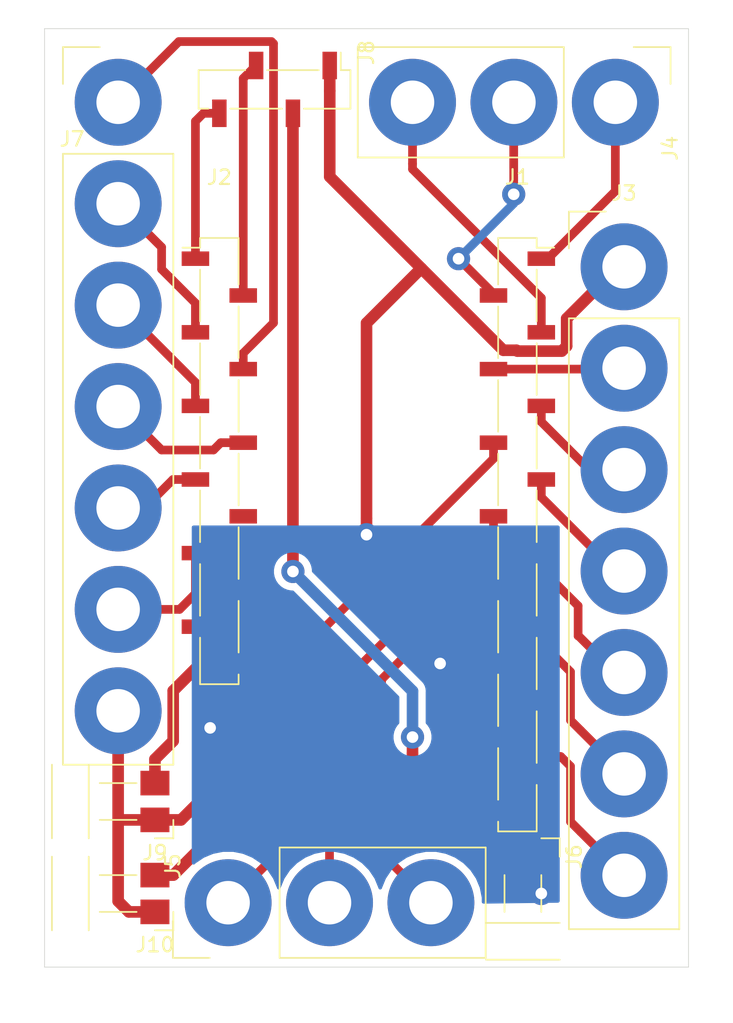
<source format=kicad_pcb>
(kicad_pcb (version 20171130) (host pcbnew "(5.1.5-0)")

  (general
    (thickness 1.6)
    (drawings 10)
    (tracks 136)
    (zones 0)
    (modules 10)
    (nets 25)
  )

  (page A4)
  (layers
    (0 F.Cu signal)
    (31 B.Cu signal)
    (32 B.Adhes user)
    (33 F.Adhes user)
    (34 B.Paste user)
    (35 F.Paste user)
    (36 B.SilkS user)
    (37 F.SilkS user)
    (38 B.Mask user)
    (39 F.Mask user)
    (40 Dwgs.User user hide)
    (41 Cmts.User user)
    (42 Eco1.User user)
    (43 Eco2.User user)
    (44 Edge.Cuts user)
    (45 Margin user)
    (46 B.CrtYd user)
    (47 F.CrtYd user)
    (48 B.Fab user)
    (49 F.Fab user)
  )

  (setup
    (last_trace_width 0.6)
    (trace_clearance 0.4)
    (zone_clearance 0.508)
    (zone_45_only no)
    (trace_min 0.2)
    (via_size 1.6)
    (via_drill 0.8)
    (via_min_size 0.4)
    (via_min_drill 0.3)
    (uvia_size 0.3)
    (uvia_drill 0.1)
    (uvias_allowed no)
    (uvia_min_size 0.2)
    (uvia_min_drill 0.1)
    (edge_width 0.05)
    (segment_width 0.2)
    (pcb_text_width 0.3)
    (pcb_text_size 1.5 1.5)
    (mod_edge_width 0.12)
    (mod_text_size 1 1)
    (mod_text_width 0.15)
    (pad_size 1.524 1.524)
    (pad_drill 0.762)
    (pad_to_mask_clearance 0.051)
    (solder_mask_min_width 0.25)
    (aux_axis_origin 0 0)
    (visible_elements FFFFFF7F)
    (pcbplotparams
      (layerselection 0x010fc_ffffffff)
      (usegerberextensions false)
      (usegerberattributes false)
      (usegerberadvancedattributes false)
      (creategerberjobfile false)
      (excludeedgelayer true)
      (linewidth 0.100000)
      (plotframeref false)
      (viasonmask false)
      (mode 1)
      (useauxorigin false)
      (hpglpennumber 1)
      (hpglpenspeed 20)
      (hpglpendiameter 15.000000)
      (psnegative false)
      (psa4output false)
      (plotreference true)
      (plotvalue true)
      (plotinvisibletext false)
      (padsonsilk false)
      (subtractmaskfromsilk false)
      (outputformat 1)
      (mirror false)
      (drillshape 1)
      (scaleselection 1)
      (outputdirectory ""))
  )

  (net 0 "")
  (net 1 /BAT)
  (net 2 /IO36)
  (net 3 /IO5)
  (net 4 /IO18)
  (net 5 /IO16)
  (net 6 /IO21)
  (net 7 /IO17)
  (net 8 /IO34)
  (net 9 /IO39)
  (net 10 /IO25)
  (net 11 /IO26)
  (net 12 /GND)
  (net 13 /3V3)
  (net 14 /IO23-SDA)
  (net 15 /IO14-T2)
  (net 16 /IO15-T2)
  (net 17 /IO27-T2)
  (net 18 /IO13-T2)
  (net 19 /IO22-SCL)
  (net 20 /IO32-T1)
  (net 21 /IO33-T1)
  (net 22 /USB)
  (net 23 /IO4-T2)
  (net 24 /IO19)

  (net_class Default "This is the default net class."
    (clearance 0.4)
    (trace_width 0.6)
    (via_dia 1.6)
    (via_drill 0.8)
    (uvia_dia 0.3)
    (uvia_drill 0.1)
    (add_net /IO13-T2)
    (add_net /IO14-T2)
    (add_net /IO15-T2)
    (add_net /IO16)
    (add_net /IO17)
    (add_net /IO18)
    (add_net /IO19)
    (add_net /IO21)
    (add_net /IO22-SCL)
    (add_net /IO23-SDA)
    (add_net /IO25)
    (add_net /IO26)
    (add_net /IO27-T2)
    (add_net /IO32-T1)
    (add_net /IO33-T1)
    (add_net /IO34)
    (add_net /IO36)
    (add_net /IO39)
    (add_net /IO4-T2)
    (add_net /IO5)
  )

  (net_class Power ""
    (clearance 0.4)
    (trace_width 0.8)
    (via_dia 1.6)
    (via_drill 0.8)
    (uvia_dia 0.3)
    (uvia_drill 0.1)
    (add_net /3V3)
    (add_net /BAT)
    (add_net /GND)
    (add_net /USB)
  )

  (module Connector_PinSocket_2.54mm:PinSocket_1x16_P2.54mm_Vertical_SMD_Pin1Right (layer F.Cu) (tedit 5A19A428) (tstamp 5F7CE550)
    (at 175.515 74.93)
    (descr "surface-mounted straight socket strip, 1x16, 2.54mm pitch, single row, style 2 (pin 1 right) (https://cdn.harwin.com/pdfs/M20-786.pdf), script generated")
    (tags "Surface mounted socket strip SMD 1x16 2.54mm single row style2 pin1 right")
    (path /5F7D454E)
    (attr smd)
    (fp_text reference J1 (at 0 -24.685001) (layer F.SilkS)
      (effects (font (size 1 1) (thickness 0.15)))
    )
    (fp_text value Adafruit_ESP32-R_1x16 (at -1.525 -22.145001) (layer F.Fab)
      (effects (font (size 1 1) (thickness 0.15)))
    )
    (fp_text user %R (at 0 0 90) (layer F.Fab)
      (effects (font (size 1 1) (thickness 0.15)))
    )
    (fp_line (start -3.1 20.85) (end -3.1 -21) (layer F.CrtYd) (width 0.05))
    (fp_line (start 3.1 20.85) (end -3.1 20.85) (layer F.CrtYd) (width 0.05))
    (fp_line (start 3.1 -21) (end 3.1 20.85) (layer F.CrtYd) (width 0.05))
    (fp_line (start -3.1 -21) (end 3.1 -21) (layer F.CrtYd) (width 0.05))
    (fp_line (start -2.27 19.35) (end -2.27 18.75) (layer F.Fab) (width 0.1))
    (fp_line (start -1.27 19.35) (end -2.27 19.35) (layer F.Fab) (width 0.1))
    (fp_line (start -2.27 18.75) (end -1.27 18.75) (layer F.Fab) (width 0.1))
    (fp_line (start 2.27 16.81) (end 1.27 16.81) (layer F.Fab) (width 0.1))
    (fp_line (start 2.27 16.21) (end 2.27 16.81) (layer F.Fab) (width 0.1))
    (fp_line (start 1.27 16.21) (end 2.27 16.21) (layer F.Fab) (width 0.1))
    (fp_line (start -2.27 14.27) (end -2.27 13.67) (layer F.Fab) (width 0.1))
    (fp_line (start -1.27 14.27) (end -2.27 14.27) (layer F.Fab) (width 0.1))
    (fp_line (start -2.27 13.67) (end -1.27 13.67) (layer F.Fab) (width 0.1))
    (fp_line (start 2.27 11.73) (end 1.27 11.73) (layer F.Fab) (width 0.1))
    (fp_line (start 2.27 11.13) (end 2.27 11.73) (layer F.Fab) (width 0.1))
    (fp_line (start 1.27 11.13) (end 2.27 11.13) (layer F.Fab) (width 0.1))
    (fp_line (start -2.27 9.19) (end -2.27 8.59) (layer F.Fab) (width 0.1))
    (fp_line (start -1.27 9.19) (end -2.27 9.19) (layer F.Fab) (width 0.1))
    (fp_line (start -2.27 8.59) (end -1.27 8.59) (layer F.Fab) (width 0.1))
    (fp_line (start 2.27 6.65) (end 1.27 6.65) (layer F.Fab) (width 0.1))
    (fp_line (start 2.27 6.05) (end 2.27 6.65) (layer F.Fab) (width 0.1))
    (fp_line (start 1.27 6.05) (end 2.27 6.05) (layer F.Fab) (width 0.1))
    (fp_line (start -2.27 4.11) (end -2.27 3.51) (layer F.Fab) (width 0.1))
    (fp_line (start -1.27 4.11) (end -2.27 4.11) (layer F.Fab) (width 0.1))
    (fp_line (start -2.27 3.51) (end -1.27 3.51) (layer F.Fab) (width 0.1))
    (fp_line (start 2.27 1.57) (end 1.27 1.57) (layer F.Fab) (width 0.1))
    (fp_line (start 2.27 0.97) (end 2.27 1.57) (layer F.Fab) (width 0.1))
    (fp_line (start 1.27 0.97) (end 2.27 0.97) (layer F.Fab) (width 0.1))
    (fp_line (start -2.27 -0.97) (end -2.27 -1.57) (layer F.Fab) (width 0.1))
    (fp_line (start -1.27 -0.97) (end -2.27 -0.97) (layer F.Fab) (width 0.1))
    (fp_line (start -2.27 -1.57) (end -1.27 -1.57) (layer F.Fab) (width 0.1))
    (fp_line (start 2.27 -3.51) (end 1.27 -3.51) (layer F.Fab) (width 0.1))
    (fp_line (start 2.27 -4.11) (end 2.27 -3.51) (layer F.Fab) (width 0.1))
    (fp_line (start 1.27 -4.11) (end 2.27 -4.11) (layer F.Fab) (width 0.1))
    (fp_line (start -2.27 -6.05) (end -2.27 -6.65) (layer F.Fab) (width 0.1))
    (fp_line (start -1.27 -6.05) (end -2.27 -6.05) (layer F.Fab) (width 0.1))
    (fp_line (start -2.27 -6.65) (end -1.27 -6.65) (layer F.Fab) (width 0.1))
    (fp_line (start 2.27 -8.59) (end 1.27 -8.59) (layer F.Fab) (width 0.1))
    (fp_line (start 2.27 -9.19) (end 2.27 -8.59) (layer F.Fab) (width 0.1))
    (fp_line (start 1.27 -9.19) (end 2.27 -9.19) (layer F.Fab) (width 0.1))
    (fp_line (start -2.27 -11.13) (end -2.27 -11.73) (layer F.Fab) (width 0.1))
    (fp_line (start -1.27 -11.13) (end -2.27 -11.13) (layer F.Fab) (width 0.1))
    (fp_line (start -2.27 -11.73) (end -1.27 -11.73) (layer F.Fab) (width 0.1))
    (fp_line (start 2.27 -13.67) (end 1.27 -13.67) (layer F.Fab) (width 0.1))
    (fp_line (start 2.27 -14.27) (end 2.27 -13.67) (layer F.Fab) (width 0.1))
    (fp_line (start 1.27 -14.27) (end 2.27 -14.27) (layer F.Fab) (width 0.1))
    (fp_line (start -2.27 -16.21) (end -2.27 -16.81) (layer F.Fab) (width 0.1))
    (fp_line (start -1.27 -16.21) (end -2.27 -16.21) (layer F.Fab) (width 0.1))
    (fp_line (start -2.27 -16.81) (end -1.27 -16.81) (layer F.Fab) (width 0.1))
    (fp_line (start 2.27 -18.75) (end 1.27 -18.75) (layer F.Fab) (width 0.1))
    (fp_line (start 2.27 -19.35) (end 2.27 -18.75) (layer F.Fab) (width 0.1))
    (fp_line (start 1.27 -19.35) (end 2.27 -19.35) (layer F.Fab) (width 0.1))
    (fp_line (start -1.27 20.42) (end -1.27 -20.42) (layer F.Fab) (width 0.1))
    (fp_line (start 1.27 20.42) (end -1.27 20.42) (layer F.Fab) (width 0.1))
    (fp_line (start 1.27 -19.785) (end 1.27 20.42) (layer F.Fab) (width 0.1))
    (fp_line (start 0.635 -20.42) (end 1.27 -19.785) (layer F.Fab) (width 0.1))
    (fp_line (start -1.27 -20.42) (end 0.635 -20.42) (layer F.Fab) (width 0.1))
    (fp_line (start 1.33 -19.81) (end 2.54 -19.81) (layer F.SilkS) (width 0.12))
    (fp_line (start -1.33 19.81) (end -1.33 20.48) (layer F.SilkS) (width 0.12))
    (fp_line (start -1.33 14.73) (end -1.33 18.29) (layer F.SilkS) (width 0.12))
    (fp_line (start -1.33 9.65) (end -1.33 13.21) (layer F.SilkS) (width 0.12))
    (fp_line (start -1.33 4.57) (end -1.33 8.13) (layer F.SilkS) (width 0.12))
    (fp_line (start -1.33 -0.51) (end -1.33 3.05) (layer F.SilkS) (width 0.12))
    (fp_line (start -1.33 -5.59) (end -1.33 -2.03) (layer F.SilkS) (width 0.12))
    (fp_line (start -1.33 -10.67) (end -1.33 -7.11) (layer F.SilkS) (width 0.12))
    (fp_line (start -1.33 -15.75) (end -1.33 -12.19) (layer F.SilkS) (width 0.12))
    (fp_line (start -1.33 -20.48) (end -1.33 -17.27) (layer F.SilkS) (width 0.12))
    (fp_line (start -1.33 20.48) (end 1.33 20.48) (layer F.SilkS) (width 0.12))
    (fp_line (start 1.33 17.27) (end 1.33 20.48) (layer F.SilkS) (width 0.12))
    (fp_line (start 1.33 12.19) (end 1.33 15.75) (layer F.SilkS) (width 0.12))
    (fp_line (start 1.33 7.11) (end 1.33 10.67) (layer F.SilkS) (width 0.12))
    (fp_line (start 1.33 2.03) (end 1.33 5.59) (layer F.SilkS) (width 0.12))
    (fp_line (start 1.33 -3.05) (end 1.33 0.51) (layer F.SilkS) (width 0.12))
    (fp_line (start 1.33 -8.13) (end 1.33 -4.57) (layer F.SilkS) (width 0.12))
    (fp_line (start 1.33 -13.21) (end 1.33 -9.65) (layer F.SilkS) (width 0.12))
    (fp_line (start 1.33 -18.29) (end 1.33 -14.73) (layer F.SilkS) (width 0.12))
    (fp_line (start 1.33 -20.48) (end 1.33 -19.81) (layer F.SilkS) (width 0.12))
    (fp_line (start -1.33 -20.48) (end 1.33 -20.48) (layer F.SilkS) (width 0.12))
    (pad 15 smd rect (at 1.65 16.51) (size 1.9 1) (layers F.Cu F.Paste F.Mask)
      (net 13 /3V3))
    (pad 13 smd rect (at 1.65 11.43) (size 1.9 1) (layers F.Cu F.Paste F.Mask)
      (net 12 /GND))
    (pad 11 smd rect (at 1.65 6.35) (size 1.9 1) (layers F.Cu F.Paste F.Mask)
      (net 10 /IO25))
    (pad 9 smd rect (at 1.65 1.27) (size 1.9 1) (layers F.Cu F.Paste F.Mask)
      (net 9 /IO39))
    (pad 7 smd rect (at 1.65 -3.81) (size 1.9 1) (layers F.Cu F.Paste F.Mask)
      (net 23 /IO4-T2))
    (pad 5 smd rect (at 1.65 -8.89) (size 1.9 1) (layers F.Cu F.Paste F.Mask)
      (net 4 /IO18))
    (pad 3 smd rect (at 1.65 -13.97) (size 1.9 1) (layers F.Cu F.Paste F.Mask)
      (net 5 /IO16))
    (pad 1 smd rect (at 1.65 -19.05) (size 1.9 1) (layers F.Cu F.Paste F.Mask)
      (net 6 /IO21))
    (pad 16 smd rect (at -1.65 19.05) (size 1.9 1) (layers F.Cu F.Paste F.Mask))
    (pad 14 smd rect (at -1.65 13.97) (size 1.9 1) (layers F.Cu F.Paste F.Mask))
    (pad 12 smd rect (at -1.65 8.89) (size 1.9 1) (layers F.Cu F.Paste F.Mask)
      (net 11 /IO26))
    (pad 10 smd rect (at -1.65 3.81) (size 1.9 1) (layers F.Cu F.Paste F.Mask)
      (net 8 /IO34))
    (pad 8 smd rect (at -1.65 -1.27) (size 1.9 1) (layers F.Cu F.Paste F.Mask)
      (net 2 /IO36))
    (pad 6 smd rect (at -1.65 -6.35) (size 1.9 1) (layers F.Cu F.Paste F.Mask)
      (net 3 /IO5))
    (pad 4 smd rect (at -1.65 -11.43) (size 1.9 1) (layers F.Cu F.Paste F.Mask)
      (net 24 /IO19))
    (pad 2 smd rect (at -1.65 -16.51) (size 1.9 1) (layers F.Cu F.Paste F.Mask)
      (net 7 /IO17))
    (model ${KISYS3DMOD}/Connector_PinSocket_2.54mm.3dshapes/PinSocket_1x16_P2.54mm_Vertical_SMD_Pin1Right.wrl
      (at (xyz 0 0 0))
      (scale (xyz 1 1 1))
      (rotate (xyz 0 0 0))
    )
  )

  (module Connector_PinSocket_2.54mm:PinSocket_1x12_P2.54mm_Vertical_SMD_Pin1Left (layer F.Cu) (tedit 5A19A424) (tstamp 5F7CE5B2)
    (at 154.94 69.85)
    (descr "surface-mounted straight socket strip, 1x12, 2.54mm pitch, single row, style 1 (pin 1 left) (https://cdn.harwin.com/pdfs/M20-786.pdf), script generated")
    (tags "Surface mounted socket strip SMD 1x12 2.54mm single row style1 pin1 left")
    (path /5F7E1870)
    (attr smd)
    (fp_text reference J2 (at 0 -19.585001) (layer F.SilkS)
      (effects (font (size 1 1) (thickness 0.15)))
    )
    (fp_text value Adafruit_ESP32-L_1x12 (at 0 -17.045001) (layer F.Fab)
      (effects (font (size 1 1) (thickness 0.15)))
    )
    (fp_text user %R (at 0 0 90) (layer F.Fab)
      (effects (font (size 1 1) (thickness 0.15)))
    )
    (fp_line (start -3.1 15.85) (end -3.1 -15.85) (layer F.CrtYd) (width 0.05))
    (fp_line (start 3.1 15.85) (end -3.1 15.85) (layer F.CrtYd) (width 0.05))
    (fp_line (start 3.1 -15.85) (end 3.1 15.85) (layer F.CrtYd) (width 0.05))
    (fp_line (start -3.1 -15.85) (end 3.1 -15.85) (layer F.CrtYd) (width 0.05))
    (fp_line (start 2.27 14.27) (end 1.27 14.27) (layer F.Fab) (width 0.1))
    (fp_line (start 2.27 13.67) (end 2.27 14.27) (layer F.Fab) (width 0.1))
    (fp_line (start 1.27 13.67) (end 2.27 13.67) (layer F.Fab) (width 0.1))
    (fp_line (start -2.27 11.73) (end -2.27 11.13) (layer F.Fab) (width 0.1))
    (fp_line (start -1.27 11.73) (end -2.27 11.73) (layer F.Fab) (width 0.1))
    (fp_line (start -2.27 11.13) (end -1.27 11.13) (layer F.Fab) (width 0.1))
    (fp_line (start 2.27 9.19) (end 1.27 9.19) (layer F.Fab) (width 0.1))
    (fp_line (start 2.27 8.59) (end 2.27 9.19) (layer F.Fab) (width 0.1))
    (fp_line (start 1.27 8.59) (end 2.27 8.59) (layer F.Fab) (width 0.1))
    (fp_line (start -2.27 6.65) (end -2.27 6.05) (layer F.Fab) (width 0.1))
    (fp_line (start -1.27 6.65) (end -2.27 6.65) (layer F.Fab) (width 0.1))
    (fp_line (start -2.27 6.05) (end -1.27 6.05) (layer F.Fab) (width 0.1))
    (fp_line (start 2.27 4.11) (end 1.27 4.11) (layer F.Fab) (width 0.1))
    (fp_line (start 2.27 3.51) (end 2.27 4.11) (layer F.Fab) (width 0.1))
    (fp_line (start 1.27 3.51) (end 2.27 3.51) (layer F.Fab) (width 0.1))
    (fp_line (start -2.27 1.57) (end -2.27 0.97) (layer F.Fab) (width 0.1))
    (fp_line (start -1.27 1.57) (end -2.27 1.57) (layer F.Fab) (width 0.1))
    (fp_line (start -2.27 0.97) (end -1.27 0.97) (layer F.Fab) (width 0.1))
    (fp_line (start 2.27 -0.97) (end 1.27 -0.97) (layer F.Fab) (width 0.1))
    (fp_line (start 2.27 -1.57) (end 2.27 -0.97) (layer F.Fab) (width 0.1))
    (fp_line (start 1.27 -1.57) (end 2.27 -1.57) (layer F.Fab) (width 0.1))
    (fp_line (start -2.27 -3.51) (end -2.27 -4.11) (layer F.Fab) (width 0.1))
    (fp_line (start -1.27 -3.51) (end -2.27 -3.51) (layer F.Fab) (width 0.1))
    (fp_line (start -2.27 -4.11) (end -1.27 -4.11) (layer F.Fab) (width 0.1))
    (fp_line (start 2.27 -6.05) (end 1.27 -6.05) (layer F.Fab) (width 0.1))
    (fp_line (start 2.27 -6.65) (end 2.27 -6.05) (layer F.Fab) (width 0.1))
    (fp_line (start 1.27 -6.65) (end 2.27 -6.65) (layer F.Fab) (width 0.1))
    (fp_line (start -2.27 -8.59) (end -2.27 -9.19) (layer F.Fab) (width 0.1))
    (fp_line (start -1.27 -8.59) (end -2.27 -8.59) (layer F.Fab) (width 0.1))
    (fp_line (start -2.27 -9.19) (end -1.27 -9.19) (layer F.Fab) (width 0.1))
    (fp_line (start 2.27 -11.13) (end 1.27 -11.13) (layer F.Fab) (width 0.1))
    (fp_line (start 2.27 -11.73) (end 2.27 -11.13) (layer F.Fab) (width 0.1))
    (fp_line (start 1.27 -11.73) (end 2.27 -11.73) (layer F.Fab) (width 0.1))
    (fp_line (start -2.27 -13.67) (end -2.27 -14.27) (layer F.Fab) (width 0.1))
    (fp_line (start -1.27 -13.67) (end -2.27 -13.67) (layer F.Fab) (width 0.1))
    (fp_line (start -2.27 -14.27) (end -1.27 -14.27) (layer F.Fab) (width 0.1))
    (fp_line (start -1.27 -14.705) (end -0.635 -15.34) (layer F.Fab) (width 0.1))
    (fp_line (start -1.27 15.34) (end -1.27 -14.705) (layer F.Fab) (width 0.1))
    (fp_line (start 1.27 15.34) (end -1.27 15.34) (layer F.Fab) (width 0.1))
    (fp_line (start 1.27 -15.34) (end 1.27 15.34) (layer F.Fab) (width 0.1))
    (fp_line (start -0.635 -15.34) (end 1.27 -15.34) (layer F.Fab) (width 0.1))
    (fp_line (start -2.54 -14.73) (end -1.33 -14.73) (layer F.SilkS) (width 0.12))
    (fp_line (start -1.33 12.19) (end -1.33 15.4) (layer F.SilkS) (width 0.12))
    (fp_line (start -1.33 7.11) (end -1.33 10.67) (layer F.SilkS) (width 0.12))
    (fp_line (start -1.33 2.03) (end -1.33 5.59) (layer F.SilkS) (width 0.12))
    (fp_line (start -1.33 -3.05) (end -1.33 0.51) (layer F.SilkS) (width 0.12))
    (fp_line (start -1.33 -8.13) (end -1.33 -4.57) (layer F.SilkS) (width 0.12))
    (fp_line (start -1.33 -13.21) (end -1.33 -9.65) (layer F.SilkS) (width 0.12))
    (fp_line (start -1.33 -15.4) (end -1.33 -14.73) (layer F.SilkS) (width 0.12))
    (fp_line (start -1.33 15.4) (end 1.33 15.4) (layer F.SilkS) (width 0.12))
    (fp_line (start 1.33 14.73) (end 1.33 15.4) (layer F.SilkS) (width 0.12))
    (fp_line (start 1.33 9.65) (end 1.33 13.21) (layer F.SilkS) (width 0.12))
    (fp_line (start 1.33 4.57) (end 1.33 8.13) (layer F.SilkS) (width 0.12))
    (fp_line (start 1.33 -0.51) (end 1.33 3.05) (layer F.SilkS) (width 0.12))
    (fp_line (start 1.33 -5.59) (end 1.33 -2.03) (layer F.SilkS) (width 0.12))
    (fp_line (start 1.33 -10.67) (end 1.33 -7.11) (layer F.SilkS) (width 0.12))
    (fp_line (start 1.33 -15.4) (end 1.33 -12.19) (layer F.SilkS) (width 0.12))
    (fp_line (start -1.33 -15.4) (end 1.33 -15.4) (layer F.SilkS) (width 0.12))
    (pad 12 smd rect (at 1.65 13.97) (size 1.9 1) (layers F.Cu F.Paste F.Mask)
      (net 1 /BAT))
    (pad 10 smd rect (at 1.65 8.89) (size 1.9 1) (layers F.Cu F.Paste F.Mask)
      (net 22 /USB))
    (pad 8 smd rect (at 1.65 3.81) (size 1.9 1) (layers F.Cu F.Paste F.Mask))
    (pad 6 smd rect (at 1.65 -1.27) (size 1.9 1) (layers F.Cu F.Paste F.Mask)
      (net 21 /IO33-T1))
    (pad 4 smd rect (at 1.65 -6.35) (size 1.9 1) (layers F.Cu F.Paste F.Mask)
      (net 20 /IO32-T1))
    (pad 2 smd rect (at 1.65 -11.43) (size 1.9 1) (layers F.Cu F.Paste F.Mask)
      (net 19 /IO22-SCL))
    (pad 11 smd rect (at -1.65 11.43) (size 1.9 1) (layers F.Cu F.Paste F.Mask))
    (pad 9 smd rect (at -1.65 6.35) (size 1.9 1) (layers F.Cu F.Paste F.Mask)
      (net 18 /IO13-T2))
    (pad 7 smd rect (at -1.65 1.27) (size 1.9 1) (layers F.Cu F.Paste F.Mask)
      (net 17 /IO27-T2))
    (pad 5 smd rect (at -1.65 -3.81) (size 1.9 1) (layers F.Cu F.Paste F.Mask)
      (net 16 /IO15-T2))
    (pad 3 smd rect (at -1.65 -8.89) (size 1.9 1) (layers F.Cu F.Paste F.Mask)
      (net 15 /IO14-T2))
    (pad 1 smd rect (at -1.65 -13.97) (size 1.9 1) (layers F.Cu F.Paste F.Mask)
      (net 14 /IO23-SDA))
    (model ${KISYS3DMOD}/Connector_PinSocket_2.54mm.3dshapes/PinSocket_1x12_P2.54mm_Vertical_SMD_Pin1Left.wrl
      (at (xyz 0 0 0))
      (scale (xyz 1 1 1))
      (rotate (xyz 0 0 0))
    )
  )

  (module Connector_PinSocket_2.54mm:PinSocket_1x04_P2.54mm_Vertical_SMD_Pin1Left (layer F.Cu) (tedit 5A19A423) (tstamp 5F7D2BE2)
    (at 158.75 44.195 270)
    (descr "surface-mounted straight socket strip, 1x04, 2.54mm pitch, single row, style 1 (pin 1 left) (https://cdn.harwin.com/pdfs/M20-786.pdf), script generated")
    (tags "Surface mounted socket strip SMD 1x04 2.54mm single row style1 pin1 left")
    (path /5F82CFBE)
    (attr smd)
    (fp_text reference J8 (at -2.54 -6.35 90) (layer F.SilkS)
      (effects (font (size 1 1) (thickness 0.15)))
    )
    (fp_text value I2C_1x4 (at 0 6.68 90) (layer F.Fab)
      (effects (font (size 1 1) (thickness 0.15)))
    )
    (fp_text user %R (at 0 0) (layer F.Fab)
      (effects (font (size 1 1) (thickness 0.15)))
    )
    (fp_line (start -3.1 5.7) (end -3.1 -5.7) (layer F.CrtYd) (width 0.05))
    (fp_line (start 3.1 5.7) (end -3.1 5.7) (layer F.CrtYd) (width 0.05))
    (fp_line (start 3.1 -5.7) (end 3.1 5.7) (layer F.CrtYd) (width 0.05))
    (fp_line (start -3.1 -5.7) (end 3.1 -5.7) (layer F.CrtYd) (width 0.05))
    (fp_line (start 2.27 4.11) (end 1.27 4.11) (layer F.Fab) (width 0.1))
    (fp_line (start 2.27 3.51) (end 2.27 4.11) (layer F.Fab) (width 0.1))
    (fp_line (start 1.27 3.51) (end 2.27 3.51) (layer F.Fab) (width 0.1))
    (fp_line (start -2.27 1.57) (end -2.27 0.97) (layer F.Fab) (width 0.1))
    (fp_line (start -1.27 1.57) (end -2.27 1.57) (layer F.Fab) (width 0.1))
    (fp_line (start -2.27 0.97) (end -1.27 0.97) (layer F.Fab) (width 0.1))
    (fp_line (start 2.27 -0.97) (end 1.27 -0.97) (layer F.Fab) (width 0.1))
    (fp_line (start 2.27 -1.57) (end 2.27 -0.97) (layer F.Fab) (width 0.1))
    (fp_line (start 1.27 -1.57) (end 2.27 -1.57) (layer F.Fab) (width 0.1))
    (fp_line (start -2.27 -3.51) (end -2.27 -4.11) (layer F.Fab) (width 0.1))
    (fp_line (start -1.27 -3.51) (end -2.27 -3.51) (layer F.Fab) (width 0.1))
    (fp_line (start -2.27 -4.11) (end -1.27 -4.11) (layer F.Fab) (width 0.1))
    (fp_line (start -1.27 -4.545) (end -0.635 -5.18) (layer F.Fab) (width 0.1))
    (fp_line (start -1.27 5.18) (end -1.27 -4.545) (layer F.Fab) (width 0.1))
    (fp_line (start 1.27 5.18) (end -1.27 5.18) (layer F.Fab) (width 0.1))
    (fp_line (start 1.27 -5.18) (end 1.27 5.18) (layer F.Fab) (width 0.1))
    (fp_line (start -0.635 -5.18) (end 1.27 -5.18) (layer F.Fab) (width 0.1))
    (fp_line (start -2.54 -4.57) (end -1.33 -4.57) (layer F.SilkS) (width 0.12))
    (fp_line (start -1.33 2.03) (end -1.33 5.24) (layer F.SilkS) (width 0.12))
    (fp_line (start -1.33 -3.05) (end -1.33 0.51) (layer F.SilkS) (width 0.12))
    (fp_line (start -1.33 -5.24) (end -1.33 -4.57) (layer F.SilkS) (width 0.12))
    (fp_line (start -1.33 5.24) (end 1.33 5.24) (layer F.SilkS) (width 0.12))
    (fp_line (start 1.33 4.57) (end 1.33 5.24) (layer F.SilkS) (width 0.12))
    (fp_line (start 1.33 -0.51) (end 1.33 3.05) (layer F.SilkS) (width 0.12))
    (fp_line (start 1.33 -5.24) (end 1.33 -2.03) (layer F.SilkS) (width 0.12))
    (fp_line (start -1.33 -5.24) (end 1.33 -5.24) (layer F.SilkS) (width 0.12))
    (pad 4 smd rect (at 1.65 3.81 270) (size 1.9 1) (layers F.Cu F.Paste F.Mask)
      (net 14 /IO23-SDA))
    (pad 2 smd rect (at 1.65 -1.27 270) (size 1.9 1) (layers F.Cu F.Paste F.Mask)
      (net 13 /3V3))
    (pad 3 smd rect (at -1.65 1.27 270) (size 1.9 1) (layers F.Cu F.Paste F.Mask)
      (net 19 /IO22-SCL))
    (pad 1 smd rect (at -1.65 -3.81 270) (size 1.9 1) (layers F.Cu F.Paste F.Mask)
      (net 12 /GND))
    (model ${KISYS3DMOD}/Connector_PinSocket_2.54mm.3dshapes/PinSocket_1x04_P2.54mm_Vertical_SMD_Pin1Left.wrl
      (at (xyz 0 0 0))
      (scale (xyz 1 1 1))
      (rotate (xyz 0 0 0))
    )
  )

  (module custom-footprints:PinHeader_1x07_P7mm_I3mm_Vertical (layer F.Cu) (tedit 5F7CAC4C) (tstamp 5F7D0C18)
    (at 147.955 45.085)
    (descr "Through hole straight pin header, 1x07, 2.54mm pitch, single row")
    (tags "Through hole pin header THT 1x07 2.54mm single row")
    (path /5F8617B8)
    (fp_text reference J7 (at -3.175 2.54) (layer F.SilkS)
      (effects (font (size 1 1) (thickness 0.15)))
    )
    (fp_text value IO14_Sew_1x7 (at 4.445 28.575 90) (layer F.Fab)
      (effects (font (size 1 1) (thickness 0.15)))
    )
    (fp_line (start -3.81 -3.81) (end -1.27 -3.81) (layer F.SilkS) (width 0.12))
    (fp_line (start -3.81 -1.27) (end -3.81 -3.81) (layer F.SilkS) (width 0.12))
    (fp_text user %R (at 0 7.62 90) (layer F.Fab)
      (effects (font (size 1 1) (thickness 0.15)))
    )
    (fp_line (start -3.81 3.556) (end 3.81 3.556) (layer F.SilkS) (width 0.12))
    (fp_line (start 3.81 3.556) (end 3.81 45.72) (layer F.SilkS) (width 0.12))
    (fp_line (start -3.81 3.556) (end -3.81 45.72) (layer F.SilkS) (width 0.12))
    (fp_line (start -3.81 45.72) (end 3.81 45.72) (layer F.SilkS) (width 0.12))
    (pad 7 thru_hole oval (at 0 42) (size 6 6) (drill 3) (layers *.Cu *.Mask)
      (net 12 /GND))
    (pad 6 thru_hole oval (at 0 35) (size 6 6) (drill 3) (layers *.Cu *.Mask)
      (net 18 /IO13-T2))
    (pad 5 thru_hole oval (at 0 28) (size 6 6) (drill 3) (layers *.Cu *.Mask)
      (net 17 /IO27-T2))
    (pad 4 thru_hole oval (at 0 21) (size 6 6) (drill 3) (layers *.Cu *.Mask)
      (net 21 /IO33-T1))
    (pad 3 thru_hole oval (at 0 14) (size 6 6) (drill 3) (layers *.Cu *.Mask)
      (net 16 /IO15-T2))
    (pad 2 thru_hole oval (at 0 7) (size 6 6) (drill 3) (layers *.Cu *.Mask)
      (net 15 /IO14-T2))
    (pad 1 thru_hole oval (at 0 0) (size 6 6) (drill 3) (layers *.Cu *.Mask)
      (net 20 /IO32-T1))
    (model ${KISYS3DMOD}/Connector_PinHeader_2.54mm.3dshapes/PinHeader_1x07_P2.54mm_Vertical.wrl
      (at (xyz 0 0 0))
      (scale (xyz 1 1 1))
      (rotate (xyz 0 0 0))
    )
  )

  (module custom-footprints:PinHeader_1x07_P7mm_I3mm_Vertical (layer F.Cu) (tedit 5F7CAC4C) (tstamp 5F7D1037)
    (at 182.88 56.44)
    (descr "Through hole straight pin header, 1x07, 2.54mm pitch, single row")
    (tags "Through hole pin header THT 1x07 2.54mm single row")
    (path /5F7F187D)
    (fp_text reference J3 (at 0 -5.08) (layer F.SilkS)
      (effects (font (size 1 1) (thickness 0.15)))
    )
    (fp_text value IO19_Sew_1x7 (at -4.445 40.035 90) (layer F.Fab)
      (effects (font (size 1 1) (thickness 0.15)))
    )
    (fp_line (start -3.81 -3.81) (end -1.27 -3.81) (layer F.SilkS) (width 0.12))
    (fp_line (start -3.81 -1.27) (end -3.81 -3.81) (layer F.SilkS) (width 0.12))
    (fp_text user %R (at 0 7.62 90) (layer F.Fab)
      (effects (font (size 1 1) (thickness 0.15)))
    )
    (fp_line (start -3.81 3.556) (end 3.81 3.556) (layer F.SilkS) (width 0.12))
    (fp_line (start 3.81 3.556) (end 3.81 45.72) (layer F.SilkS) (width 0.12))
    (fp_line (start -3.81 3.556) (end -3.81 45.72) (layer F.SilkS) (width 0.12))
    (fp_line (start -3.81 45.72) (end 3.81 45.72) (layer F.SilkS) (width 0.12))
    (pad 7 thru_hole oval (at 0 42) (size 6 6) (drill 3) (layers *.Cu *.Mask)
      (net 11 /IO26))
    (pad 6 thru_hole oval (at 0 35) (size 6 6) (drill 3) (layers *.Cu *.Mask)
      (net 10 /IO25))
    (pad 5 thru_hole oval (at 0 28) (size 6 6) (drill 3) (layers *.Cu *.Mask)
      (net 9 /IO39))
    (pad 4 thru_hole oval (at 0 21) (size 6 6) (drill 3) (layers *.Cu *.Mask)
      (net 23 /IO4-T2))
    (pad 3 thru_hole oval (at 0 14) (size 6 6) (drill 3) (layers *.Cu *.Mask)
      (net 4 /IO18))
    (pad 2 thru_hole oval (at 0 7) (size 6 6) (drill 3) (layers *.Cu *.Mask)
      (net 24 /IO19))
    (pad 1 thru_hole oval (at 0 0) (size 6 6) (drill 3) (layers *.Cu *.Mask)
      (net 12 /GND))
    (model ${KISYS3DMOD}/Connector_PinHeader_2.54mm.3dshapes/PinHeader_1x07_P2.54mm_Vertical.wrl
      (at (xyz 0 0 0))
      (scale (xyz 1 1 1))
      (rotate (xyz 0 0 0))
    )
  )

  (module custom-footprints:PinHeader_1x03_P7mm_I3mm_Vertical (layer F.Cu) (tedit 5F7CAC3A) (tstamp 5F7D1049)
    (at 182.275 45.085 270)
    (descr "Through hole straight pin header, 1x07, 2.54mm pitch, single row")
    (tags "Through hole pin header THT 1x07 2.54mm single row")
    (path /5F806E7A)
    (fp_text reference J4 (at 3.175 -3.78 90) (layer F.SilkS)
      (effects (font (size 1 1) (thickness 0.15)))
    )
    (fp_text value IO21_Sew_1x3 (at 5.08 13.365 180) (layer F.Fab)
      (effects (font (size 1 1) (thickness 0.15)))
    )
    (fp_line (start -3.81 -3.81) (end -1.27 -3.81) (layer F.SilkS) (width 0.12))
    (fp_line (start -3.81 -1.27) (end -3.81 -3.81) (layer F.SilkS) (width 0.12))
    (fp_text user %R (at 0 7.62) (layer F.Fab)
      (effects (font (size 1 1) (thickness 0.15)))
    )
    (fp_line (start -3.81 3.556) (end 3.81 3.556) (layer F.SilkS) (width 0.12))
    (fp_line (start 3.81 3.556) (end 3.81 17.78) (layer F.SilkS) (width 0.12))
    (fp_line (start -3.81 3.556) (end -3.81 17.78) (layer F.SilkS) (width 0.12))
    (fp_line (start -3.81 17.78) (end 3.81 17.78) (layer F.SilkS) (width 0.12))
    (pad 3 thru_hole oval (at 0 14 270) (size 6 6) (drill 3) (layers *.Cu *.Mask)
      (net 5 /IO16))
    (pad 2 thru_hole oval (at 0 7 270) (size 6 6) (drill 3) (layers *.Cu *.Mask)
      (net 7 /IO17))
    (pad 1 thru_hole oval (at 0 0 270) (size 6 6) (drill 3) (layers *.Cu *.Mask)
      (net 6 /IO21))
    (model ${KISYS3DMOD}/Connector_PinHeader_2.54mm.3dshapes/PinHeader_1x07_P2.54mm_Vertical.wrl
      (at (xyz 0 0 0))
      (scale (xyz 1 1 1))
      (rotate (xyz 0 0 0))
    )
  )

  (module custom-footprints:PinHeader_1x03_P7mm_I3mm_Vertical (layer F.Cu) (tedit 5F7CAC3A) (tstamp 5F7CB8E6)
    (at 155.545 100.33 90)
    (descr "Through hole straight pin header, 1x07, 2.54mm pitch, single row")
    (tags "Through hole pin header THT 1x07 2.54mm single row")
    (path /5F80E97C)
    (fp_text reference J5 (at 2.54 -3.81 90) (layer F.SilkS)
      (effects (font (size 1 1) (thickness 0.15)))
    )
    (fp_text value IO34_Sew_1x3 (at 5.08 1.905 180) (layer F.Fab)
      (effects (font (size 1 1) (thickness 0.15)))
    )
    (fp_line (start -3.81 -3.81) (end -1.27 -3.81) (layer F.SilkS) (width 0.12))
    (fp_line (start -3.81 -1.27) (end -3.81 -3.81) (layer F.SilkS) (width 0.12))
    (fp_text user %R (at 0 7.62) (layer F.Fab)
      (effects (font (size 1 1) (thickness 0.15)))
    )
    (fp_line (start -3.81 3.556) (end 3.81 3.556) (layer F.SilkS) (width 0.12))
    (fp_line (start 3.81 3.556) (end 3.81 17.78) (layer F.SilkS) (width 0.12))
    (fp_line (start -3.81 3.556) (end -3.81 17.78) (layer F.SilkS) (width 0.12))
    (fp_line (start -3.81 17.78) (end 3.81 17.78) (layer F.SilkS) (width 0.12))
    (pad 3 thru_hole oval (at 0 14 90) (size 6 6) (drill 3) (layers *.Cu *.Mask)
      (net 8 /IO34))
    (pad 2 thru_hole oval (at 0 7 90) (size 6 6) (drill 3) (layers *.Cu *.Mask)
      (net 2 /IO36))
    (pad 1 thru_hole oval (at 0 0 90) (size 6 6) (drill 3) (layers *.Cu *.Mask)
      (net 3 /IO5))
    (model ${KISYS3DMOD}/Connector_PinHeader_2.54mm.3dshapes/PinHeader_1x07_P2.54mm_Vertical.wrl
      (at (xyz 0 0 0))
      (scale (xyz 1 1 1))
      (rotate (xyz 0 0 0))
    )
  )

  (module custom-footprints:UPDI_Header_1x02_P2.54mm_Horizontal (layer F.Cu) (tedit 5E652A9A) (tstamp 5F7CBD89)
    (at 177.165 97.155 270)
    (descr "Through hole angled pin header, 1x02, 2.54mm pitch, 6mm pin length, single row")
    (tags "Through hole angled pin header THT 1x02 2.54mm single row")
    (path /5F7F2C2D)
    (fp_text reference J6 (at 0 -2.27 90) (layer F.SilkS)
      (effects (font (size 1 1) (thickness 0.15)))
    )
    (fp_text value 3V3_1x2 (at 3.81 3.175 90) (layer F.Fab)
      (effects (font (size 1 1) (thickness 0.15)))
    )
    (fp_line (start -0.32 -0.32) (end -0.32 0.32) (layer F.Fab) (width 0.1))
    (fp_line (start -0.32 2.22) (end -0.32 2.86) (layer F.Fab) (width 0.1))
    (fp_line (start -1.27 0) (end -1.27 -1.27) (layer F.SilkS) (width 0.12))
    (fp_line (start -1.27 -1.27) (end 0 -1.27) (layer F.SilkS) (width 0.12))
    (fp_line (start 4.57 -1.27) (end 4.57 3.81) (layer F.SilkS) (width 0.12))
    (fp_line (start 7.11 -1.27) (end 7.11 3.81) (layer F.SilkS) (width 0.12))
    (fp_line (start 1.27 0) (end 3.81 0) (layer F.SilkS) (width 0.12))
    (fp_line (start 1.27 2.54) (end 3.81 2.54) (layer F.SilkS) (width 0.12))
    (pad 2 smd rect (at 0 0 270) (size 2 1.7) (layers F.Cu F.Paste F.Mask)
      (net 12 /GND))
    (pad 1 smd rect (at 0 2.54 270) (size 2 1.7) (layers F.Cu F.Paste F.Mask)
      (net 13 /3V3))
    (model ${KISYS3DMOD}/Connector_PinHeader_2.54mm.3dshapes/PinHeader_1x02_P2.54mm_Horizontal.wrl
      (at (xyz 0 0 0))
      (scale (xyz 1 1 1))
      (rotate (xyz 0 0 0))
    )
  )

  (module custom-footprints:UPDI_Header_1x02_P2.54mm_Horizontal (layer F.Cu) (tedit 5E652A9A) (tstamp 5F7CBD97)
    (at 150.495 94.615 180)
    (descr "Through hole angled pin header, 1x02, 2.54mm pitch, 6mm pin length, single row")
    (tags "Through hole angled pin header THT 1x02 2.54mm single row")
    (path /5F7F0FAB)
    (fp_text reference J9 (at 0 -2.27) (layer F.SilkS)
      (effects (font (size 1 1) (thickness 0.15)))
    )
    (fp_text value USB_1x2 (at 4.385 4.81) (layer F.Fab)
      (effects (font (size 1 1) (thickness 0.15)))
    )
    (fp_line (start 1.27 2.54) (end 3.81 2.54) (layer F.SilkS) (width 0.12))
    (fp_line (start 1.27 0) (end 3.81 0) (layer F.SilkS) (width 0.12))
    (fp_line (start 7.11 -1.27) (end 7.11 3.81) (layer F.SilkS) (width 0.12))
    (fp_line (start 4.57 -1.27) (end 4.57 3.81) (layer F.SilkS) (width 0.12))
    (fp_line (start -1.27 -1.27) (end 0 -1.27) (layer F.SilkS) (width 0.12))
    (fp_line (start -1.27 0) (end -1.27 -1.27) (layer F.SilkS) (width 0.12))
    (fp_line (start -0.32 2.22) (end -0.32 2.86) (layer F.Fab) (width 0.1))
    (fp_line (start -0.32 -0.32) (end -0.32 0.32) (layer F.Fab) (width 0.1))
    (pad 1 smd rect (at 0 2.54 180) (size 2 1.7) (layers F.Cu F.Paste F.Mask)
      (net 22 /USB))
    (pad 2 smd rect (at 0 0 180) (size 2 1.7) (layers F.Cu F.Paste F.Mask)
      (net 12 /GND))
    (model ${KISYS3DMOD}/Connector_PinHeader_2.54mm.3dshapes/PinHeader_1x02_P2.54mm_Horizontal.wrl
      (at (xyz 0 0 0))
      (scale (xyz 1 1 1))
      (rotate (xyz 0 0 0))
    )
  )

  (module custom-footprints:UPDI_Header_1x02_P2.54mm_Horizontal (layer F.Cu) (tedit 5E652A9A) (tstamp 5F7CBDA5)
    (at 150.495 100.965 180)
    (descr "Through hole angled pin header, 1x02, 2.54mm pitch, 6mm pin length, single row")
    (tags "Through hole angled pin header THT 1x02 2.54mm single row")
    (path /5F7EBD7F)
    (fp_text reference J10 (at 0 -2.27) (layer F.SilkS)
      (effects (font (size 1 1) (thickness 0.15)))
    )
    (fp_text value BAT_1x2 (at 4.385 4.81) (layer F.Fab)
      (effects (font (size 1 1) (thickness 0.15)))
    )
    (fp_line (start -0.32 -0.32) (end -0.32 0.32) (layer F.Fab) (width 0.1))
    (fp_line (start -0.32 2.22) (end -0.32 2.86) (layer F.Fab) (width 0.1))
    (fp_line (start -1.27 0) (end -1.27 -1.27) (layer F.SilkS) (width 0.12))
    (fp_line (start -1.27 -1.27) (end 0 -1.27) (layer F.SilkS) (width 0.12))
    (fp_line (start 4.57 -1.27) (end 4.57 3.81) (layer F.SilkS) (width 0.12))
    (fp_line (start 7.11 -1.27) (end 7.11 3.81) (layer F.SilkS) (width 0.12))
    (fp_line (start 1.27 0) (end 3.81 0) (layer F.SilkS) (width 0.12))
    (fp_line (start 1.27 2.54) (end 3.81 2.54) (layer F.SilkS) (width 0.12))
    (pad 2 smd rect (at 0 0 180) (size 2 1.7) (layers F.Cu F.Paste F.Mask)
      (net 12 /GND))
    (pad 1 smd rect (at 0 2.54 180) (size 2 1.7) (layers F.Cu F.Paste F.Mask)
      (net 1 /BAT))
    (model ${KISYS3DMOD}/Connector_PinHeader_2.54mm.3dshapes/PinHeader_1x02_P2.54mm_Horizontal.wrl
      (at (xyz 0 0 0))
      (scale (xyz 1 1 1))
      (rotate (xyz 0 0 0))
    )
  )

  (gr_line (start 190.325 38.1) (end 139.875 38.1) (layer Margin) (width 0.15) (tstamp 5F7CD271))
  (gr_line (start 190.325 108.585) (end 190.325 38.1) (layer Margin) (width 0.15))
  (gr_line (start 139.875 108.585) (end 190.325 108.585) (layer Margin) (width 0.15))
  (gr_line (start 139.875 38.1) (end 139.875 108.585) (layer Margin) (width 0.15))
  (gr_poly (pts (xy 187.325 104.775) (xy 142.875 104.775) (xy 142.875 40.005) (xy 187.325 40.005)) (layer Dwgs.User) (width 0.1))
  (gr_line (start 142.875 40.005) (end 142.875 40.005) (layer Edge.Cuts) (width 0.05) (tstamp 5F7CD1F3))
  (gr_line (start 142.875 104.775) (end 142.875 40.005) (layer Edge.Cuts) (width 0.05))
  (gr_line (start 187.325 104.775) (end 142.875 104.775) (layer Edge.Cuts) (width 0.05))
  (gr_line (start 187.325 40.005) (end 187.325 104.775) (layer Edge.Cuts) (width 0.05))
  (gr_line (start 142.875 40.005) (end 187.325 40.005) (layer Edge.Cuts) (width 0.05))

  (segment (start 151.765 98.425) (end 150.495 98.425) (width 0.8) (layer F.Cu) (net 1) (status 20))
  (segment (start 156.59 93.6) (end 151.765 98.425) (width 0.8) (layer F.Cu) (net 1))
  (segment (start 156.59 83.82) (end 156.59 93.6) (width 0.8) (layer F.Cu) (net 1) (status 10))
  (segment (start 162.545 96.08736) (end 162.545 100.33) (width 0.6) (layer F.Cu) (net 2) (status 20))
  (segment (start 162.545 86.08) (end 162.545 96.08736) (width 0.6) (layer F.Cu) (net 2))
  (segment (start 173.865 74.76) (end 162.545 86.08) (width 0.6) (layer F.Cu) (net 2))
  (segment (start 173.865 73.66) (end 173.865 74.76) (width 0.6) (layer F.Cu) (net 2) (status 10))
  (segment (start 177.165 72.345) (end 182.372 77.552) (width 0.6) (layer F.Cu) (net 23) (status 20))
  (segment (start 177.165 71.12) (end 177.165 72.345) (width 0.6) (layer F.Cu) (net 23) (status 10))
  (segment (start 158.544999 97.330001) (end 155.545 100.33) (width 0.6) (layer F.Cu) (net 3) (status 20))
  (segment (start 158.544999 85.000001) (end 158.544999 97.330001) (width 0.6) (layer F.Cu) (net 3))
  (segment (start 173.865 69.68) (end 158.544999 85.000001) (width 0.6) (layer F.Cu) (net 3))
  (segment (start 173.865 68.58) (end 173.865 69.68) (width 0.6) (layer F.Cu) (net 3) (status 10))
  (segment (start 177.165 67.14) (end 180.577 70.552) (width 0.6) (layer F.Cu) (net 4) (status 20))
  (segment (start 177.165 66.04) (end 177.165 67.14) (width 0.6) (layer F.Cu) (net 4) (status 10))
  (segment (start 168.275 49.32764) (end 168.275 45.085) (width 0.6) (layer F.Cu) (net 5) (status 20))
  (segment (start 168.275 49.700002) (end 168.275 49.32764) (width 0.6) (layer F.Cu) (net 5))
  (segment (start 177.165 58.590002) (end 168.275 49.700002) (width 0.6) (layer F.Cu) (net 5))
  (segment (start 177.165 60.96) (end 177.165 58.590002) (width 0.6) (layer F.Cu) (net 5) (status 10))
  (segment (start 177.615 55.88) (end 177.165 55.88) (width 0.6) (layer F.Cu) (net 6) (status 30))
  (segment (start 182.275 51.22) (end 177.615 55.88) (width 0.6) (layer F.Cu) (net 6) (status 20))
  (segment (start 182.275 45.085) (end 182.275 51.22) (width 0.6) (layer F.Cu) (net 6) (status 10))
  (segment (start 173.865 58.42) (end 173.415 58.42) (width 0.6) (layer F.Cu) (net 7) (status 30))
  (segment (start 173.865 58.295) (end 171.45 55.88) (width 0.6) (layer F.Cu) (net 7) (status 10))
  (via (at 171.45 55.88) (size 1.6) (drill 0.8) (layers F.Cu B.Cu) (net 7))
  (segment (start 173.865 58.42) (end 173.865 58.295) (width 0.6) (layer F.Cu) (net 7) (status 30))
  (segment (start 171.45 55.88) (end 175.26 52.07) (width 0.6) (layer B.Cu) (net 7))
  (via (at 175.26 51.435) (size 1.6) (drill 0.8) (layers F.Cu B.Cu) (net 7))
  (segment (start 175.26 52.07) (end 175.26 51.435) (width 0.6) (layer B.Cu) (net 7))
  (segment (start 175.26 45.1) (end 175.275 45.085) (width 0.6) (layer F.Cu) (net 7) (status 30))
  (segment (start 175.26 51.435) (end 175.26 45.1) (width 0.6) (layer F.Cu) (net 7) (status 20))
  (segment (start 173.865 78.74) (end 172.315 78.74) (width 0.6) (layer F.Cu) (net 8) (status 10))
  (segment (start 166.139998 96.924998) (end 166.545001 97.330001) (width 0.6) (layer F.Cu) (net 8))
  (segment (start 172.315 78.74) (end 166.139998 84.915002) (width 0.6) (layer F.Cu) (net 8))
  (segment (start 166.545001 97.330001) (end 169.545 100.33) (width 0.6) (layer F.Cu) (net 8) (status 20))
  (segment (start 166.139998 84.915002) (end 166.139998 96.924998) (width 0.6) (layer F.Cu) (net 8))
  (segment (start 179.735 81.915) (end 182.372 84.552) (width 0.6) (layer F.Cu) (net 9) (status 20))
  (segment (start 179.705 79.84) (end 179.705 81.915) (width 0.6) (layer F.Cu) (net 9))
  (segment (start 179.705 81.915) (end 179.735 81.915) (width 0.6) (layer F.Cu) (net 9))
  (segment (start 177.165 77.3) (end 179.705 79.84) (width 0.6) (layer F.Cu) (net 9))
  (segment (start 177.165 76.2) (end 177.165 77.3) (width 0.6) (layer F.Cu) (net 9) (status 10))
  (segment (start 179.880001 88.440001) (end 182.88 91.44) (width 0.6) (layer F.Cu) (net 10) (status 20))
  (segment (start 179.179999 87.739999) (end 179.880001 88.440001) (width 0.6) (layer F.Cu) (net 10))
  (segment (start 179.179999 84.394999) (end 179.179999 87.739999) (width 0.6) (layer F.Cu) (net 10))
  (segment (start 177.165 82.38) (end 179.179999 84.394999) (width 0.6) (layer F.Cu) (net 10))
  (segment (start 177.165 81.28) (end 177.165 82.38) (width 0.6) (layer F.Cu) (net 10) (status 10))
  (segment (start 173.865 83.82) (end 173.865 83.945) (width 0.6) (layer F.Cu) (net 11) (status 30))
  (segment (start 179.880001 95.440001) (end 182.88 98.44) (width 0.6) (layer F.Cu) (net 11) (status 20))
  (segment (start 179.179999 94.739999) (end 179.880001 95.440001) (width 0.6) (layer F.Cu) (net 11))
  (segment (start 179.179999 90.914999) (end 179.179999 94.739999) (width 0.6) (layer F.Cu) (net 11))
  (segment (start 178.504999 90.239999) (end 179.179999 90.914999) (width 0.6) (layer F.Cu) (net 11))
  (segment (start 172.494997 90.239999) (end 178.504999 90.239999) (width 0.6) (layer F.Cu) (net 11))
  (segment (start 172.214999 89.960001) (end 172.494997 90.239999) (width 0.6) (layer F.Cu) (net 11))
  (segment (start 173.865 84.92) (end 172.214999 86.570001) (width 0.6) (layer F.Cu) (net 11))
  (segment (start 172.214999 86.570001) (end 172.214999 89.960001) (width 0.6) (layer F.Cu) (net 11))
  (segment (start 173.865 83.82) (end 173.865 84.92) (width 0.6) (layer F.Cu) (net 11) (status 10))
  (segment (start 150.495 94.615) (end 150.345 94.615) (width 0.8) (layer F.Cu) (net 12) (status 30))
  (segment (start 147.955 100.225) (end 148.695 100.965) (width 0.8) (layer F.Cu) (net 12))
  (segment (start 148.695 100.965) (end 150.495 100.965) (width 0.8) (layer F.Cu) (net 12) (status 20))
  (segment (start 150.495 94.615) (end 147.955 94.615) (width 0.8) (layer F.Cu) (net 12) (status 10))
  (segment (start 147.955 94.615) (end 147.955 100.225) (width 0.8) (layer F.Cu) (net 12))
  (segment (start 147.955 87.085) (end 147.955 94.615) (width 0.8) (layer F.Cu) (net 12) (status 10))
  (segment (start 162.56 44.295) (end 162.56 42.545) (width 0.8) (layer F.Cu) (net 12) (status 20))
  (segment (start 175.515003 62.260001) (end 175.455001 62.199999) (width 0.8) (layer F.Cu) (net 12))
  (segment (start 178.571999 62.260001) (end 175.515003 62.260001) (width 0.8) (layer F.Cu) (net 12))
  (segment (start 178.915001 61.916999) (end 178.571999 62.260001) (width 0.8) (layer F.Cu) (net 12))
  (segment (start 178.915001 60.008999) (end 178.915001 61.916999) (width 0.8) (layer F.Cu) (net 12))
  (segment (start 182.372 56.552) (end 178.915001 60.008999) (width 0.8) (layer F.Cu) (net 12) (status 10))
  (segment (start 162.56 50.220649) (end 162.56 44.295) (width 0.8) (layer F.Cu) (net 12))
  (segment (start 175.455001 62.199999) (end 174.53935 62.199999) (width 0.8) (layer F.Cu) (net 12))
  (segment (start 174.53935 62.199999) (end 168.882176 56.542824) (width 0.8) (layer F.Cu) (net 12))
  (segment (start 168.882176 56.542824) (end 162.56 50.220649) (width 0.8) (layer F.Cu) (net 12))
  (segment (start 165.1 60.325) (end 165.1 73.79863) (width 0.8) (layer F.Cu) (net 12))
  (segment (start 165.1 73.79863) (end 165.1 74.93) (width 0.8) (layer F.Cu) (net 12))
  (segment (start 168.882176 56.542824) (end 165.1 60.325) (width 0.8) (layer F.Cu) (net 12))
  (via (at 165.1 74.93) (size 1.6) (drill 0.8) (layers F.Cu B.Cu) (net 12))
  (via (at 154.305 88.264999) (size 1.6) (drill 0.8) (layers F.Cu B.Cu) (net 12))
  (segment (start 154.305 92.605) (end 154.305 89.396369) (width 0.8) (layer F.Cu) (net 12))
  (segment (start 150.495 94.615) (end 152.295 94.615) (width 0.8) (layer F.Cu) (net 12) (status 10))
  (segment (start 152.295 94.615) (end 154.305 92.605) (width 0.8) (layer F.Cu) (net 12))
  (segment (start 154.305 89.396369) (end 154.305 88.264999) (width 0.8) (layer F.Cu) (net 12))
  (via (at 170.18 83.82) (size 1.6) (drill 0.8) (layers F.Cu B.Cu) (net 12))
  (segment (start 171.480001 82.519999) (end 170.18 83.82) (width 0.8) (layer F.Cu) (net 12))
  (segment (start 175.455001 82.519999) (end 171.480001 82.519999) (width 0.8) (layer F.Cu) (net 12))
  (segment (start 177.165 84.229998) (end 175.455001 82.519999) (width 0.8) (layer F.Cu) (net 12))
  (segment (start 177.165 86.36) (end 177.165 84.229998) (width 0.8) (layer F.Cu) (net 12) (status 10))
  (via (at 177.164994 99.695) (size 1.6) (drill 0.8) (layers F.Cu B.Cu) (net 12))
  (segment (start 177.165 97.155) (end 177.165 99.694994) (width 0.8) (layer F.Cu) (net 12) (status 10))
  (segment (start 177.165 99.694994) (end 177.164994 99.695) (width 0.8) (layer F.Cu) (net 12))
  (segment (start 174.625 96.404998) (end 174.625 97.155) (width 0.8) (layer F.Cu) (net 13) (status 30))
  (segment (start 177.165 93.864998) (end 174.625 96.404998) (width 0.8) (layer F.Cu) (net 13) (status 20))
  (segment (start 177.165 91.44) (end 177.165 93.864998) (width 0.8) (layer F.Cu) (net 13) (status 10))
  (segment (start 160.02 45.845) (end 160.02 77.47) (width 0.8) (layer F.Cu) (net 13) (status 10))
  (via (at 160.02 77.47) (size 1.6) (drill 0.8) (layers F.Cu B.Cu) (net 13))
  (via (at 168.274994 88.9) (size 1.6) (drill 0.8) (layers F.Cu B.Cu) (net 13))
  (segment (start 160.02 77.47) (end 168.274994 85.724994) (width 0.8) (layer B.Cu) (net 13))
  (segment (start 168.274994 85.724994) (end 168.274994 88.9) (width 0.8) (layer B.Cu) (net 13))
  (segment (start 168.274994 92.454994) (end 168.274994 90.03137) (width 0.8) (layer F.Cu) (net 13))
  (segment (start 168.274994 90.03137) (end 168.274994 88.9) (width 0.8) (layer F.Cu) (net 13))
  (segment (start 172.975 97.155) (end 168.274994 92.454994) (width 0.8) (layer F.Cu) (net 13))
  (segment (start 174.625 97.155) (end 172.975 97.155) (width 0.8) (layer F.Cu) (net 13) (status 10))
  (segment (start 182.32 63.5) (end 182.372 63.552) (width 0.6) (layer F.Cu) (net 24) (status 30))
  (segment (start 173.865 63.5) (end 182.32 63.5) (width 0.6) (layer F.Cu) (net 24) (status 30))
  (segment (start 153.84 45.845) (end 154.94 45.845) (width 0.6) (layer F.Cu) (net 14) (status 20))
  (segment (start 153.29 46.395) (end 153.84 45.845) (width 0.6) (layer F.Cu) (net 14))
  (segment (start 153.29 55.88) (end 153.29 46.395) (width 0.6) (layer F.Cu) (net 14) (status 10))
  (segment (start 153.29 58.943998) (end 150.954999 56.608997) (width 0.6) (layer F.Cu) (net 15))
  (segment (start 150.954999 55.084999) (end 147.955 52.085) (width 0.6) (layer F.Cu) (net 15) (status 20))
  (segment (start 150.954999 56.608997) (end 150.954999 55.084999) (width 0.6) (layer F.Cu) (net 15))
  (segment (start 153.29 60.96) (end 153.29 58.943998) (width 0.6) (layer F.Cu) (net 15) (status 10))
  (segment (start 153.29 64.42) (end 147.955 59.085) (width 0.6) (layer F.Cu) (net 16) (status 20))
  (segment (start 153.29 66.04) (end 153.29 64.42) (width 0.6) (layer F.Cu) (net 16) (status 10))
  (segment (start 149.775 73.085) (end 147.955 73.085) (width 0.6) (layer F.Cu) (net 17) (status 30))
  (segment (start 151.74 71.12) (end 149.775 73.085) (width 0.6) (layer F.Cu) (net 17) (status 20))
  (segment (start 153.29 71.12) (end 151.74 71.12) (width 0.6) (layer F.Cu) (net 17) (status 10))
  (segment (start 153.29 78.99264) (end 152.19764 80.085) (width 0.6) (layer F.Cu) (net 18))
  (segment (start 152.19764 80.085) (end 147.955 80.085) (width 0.6) (layer F.Cu) (net 18) (status 20))
  (segment (start 153.29 76.2) (end 153.29 78.99264) (width 0.6) (layer F.Cu) (net 18) (status 10))
  (segment (start 156.59 43.435) (end 157.48 42.545) (width 0.6) (layer F.Cu) (net 19) (status 20))
  (segment (start 156.59 58.42) (end 156.59 43.435) (width 0.6) (layer F.Cu) (net 19) (status 10))
  (segment (start 150.954999 42.085001) (end 147.955 45.085) (width 0.6) (layer F.Cu) (net 20) (status 20))
  (segment (start 152.145001 40.894999) (end 150.954999 42.085001) (width 0.6) (layer F.Cu) (net 20))
  (segment (start 158.540001 40.894999) (end 152.145001 40.894999) (width 0.6) (layer F.Cu) (net 20))
  (segment (start 158.680001 41.034999) (end 158.540001 40.894999) (width 0.6) (layer F.Cu) (net 20))
  (segment (start 158.680001 60.309999) (end 158.680001 41.034999) (width 0.6) (layer F.Cu) (net 20))
  (segment (start 156.59 62.4) (end 158.680001 60.309999) (width 0.6) (layer F.Cu) (net 20))
  (segment (start 156.59 63.5) (end 156.59 62.4) (width 0.6) (layer F.Cu) (net 20) (status 10))
  (segment (start 150.954999 69.084999) (end 147.955 66.085) (width 0.6) (layer F.Cu) (net 21) (status 20))
  (segment (start 154.535001 69.084999) (end 150.954999 69.084999) (width 0.6) (layer F.Cu) (net 21))
  (segment (start 155.04 68.58) (end 154.535001 69.084999) (width 0.6) (layer F.Cu) (net 21))
  (segment (start 156.59 68.58) (end 155.04 68.58) (width 0.6) (layer F.Cu) (net 21) (status 10))
  (segment (start 151.755001 89.164999) (end 150.495 90.425) (width 0.8) (layer F.Cu) (net 22))
  (segment (start 150.495 90.425) (end 150.495 92.075) (width 0.8) (layer F.Cu) (net 22) (status 20))
  (segment (start 151.755001 85.705001) (end 151.755001 89.164999) (width 0.8) (layer F.Cu) (net 22))
  (segment (start 156.59 80.870002) (end 151.755001 85.705001) (width 0.8) (layer F.Cu) (net 22))
  (segment (start 156.59 78.74) (end 156.59 80.870002) (width 0.8) (layer F.Cu) (net 22) (status 10))

  (zone (net 12) (net_name /GND) (layer B.Cu) (tstamp 5F7CD1BE) (hatch edge 0.508)
    (connect_pads (clearance 0.508))
    (min_thickness 0.254)
    (fill yes (arc_segments 32) (thermal_gap 0.508) (thermal_bridge_width 0.508))
    (polygon
      (pts
        (xy 178.435 100.33) (xy 153.035 100.6475) (xy 153.035 74.295) (xy 178.435 74.295)
      )
    )
    (filled_polygon
      (pts
        (xy 178.308 100.204578) (xy 173.18 100.268678) (xy 173.18 99.971984) (xy 173.040309 99.26971) (xy 172.766295 98.608182)
        (xy 172.368489 98.012823) (xy 171.862177 97.506511) (xy 171.266818 97.108705) (xy 170.60529 96.834691) (xy 169.903016 96.695)
        (xy 169.186984 96.695) (xy 168.48471 96.834691) (xy 167.823182 97.108705) (xy 167.227823 97.506511) (xy 166.721511 98.012823)
        (xy 166.323705 98.608182) (xy 166.049691 99.26971) (xy 166.045 99.293293) (xy 166.040309 99.26971) (xy 165.766295 98.608182)
        (xy 165.368489 98.012823) (xy 164.862177 97.506511) (xy 164.266818 97.108705) (xy 163.60529 96.834691) (xy 162.903016 96.695)
        (xy 162.186984 96.695) (xy 161.48471 96.834691) (xy 160.823182 97.108705) (xy 160.227823 97.506511) (xy 159.721511 98.012823)
        (xy 159.323705 98.608182) (xy 159.049691 99.26971) (xy 159.045 99.293293) (xy 159.040309 99.26971) (xy 158.766295 98.608182)
        (xy 158.368489 98.012823) (xy 157.862177 97.506511) (xy 157.266818 97.108705) (xy 156.60529 96.834691) (xy 155.903016 96.695)
        (xy 155.186984 96.695) (xy 154.48471 96.834691) (xy 153.823182 97.108705) (xy 153.227823 97.506511) (xy 153.162 97.572334)
        (xy 153.162 77.328665) (xy 158.585 77.328665) (xy 158.585 77.611335) (xy 158.640147 77.888574) (xy 158.74832 78.149727)
        (xy 158.905363 78.384759) (xy 159.105241 78.584637) (xy 159.340273 78.74168) (xy 159.601426 78.849853) (xy 159.878665 78.905)
        (xy 159.99129 78.905) (xy 167.239994 86.153705) (xy 167.239995 87.905603) (xy 167.160357 87.985241) (xy 167.003314 88.220273)
        (xy 166.895141 88.481426) (xy 166.839994 88.758665) (xy 166.839994 89.041335) (xy 166.895141 89.318574) (xy 167.003314 89.579727)
        (xy 167.160357 89.814759) (xy 167.360235 90.014637) (xy 167.595267 90.17168) (xy 167.85642 90.279853) (xy 168.133659 90.335)
        (xy 168.416329 90.335) (xy 168.693568 90.279853) (xy 168.954721 90.17168) (xy 169.189753 90.014637) (xy 169.389631 89.814759)
        (xy 169.546674 89.579727) (xy 169.654847 89.318574) (xy 169.709994 89.041335) (xy 169.709994 88.758665) (xy 169.654847 88.481426)
        (xy 169.546674 88.220273) (xy 169.389631 87.985241) (xy 169.309994 87.905604) (xy 169.309994 85.775821) (xy 169.315 85.724993)
        (xy 169.309994 85.674165) (xy 169.309994 85.674156) (xy 169.295018 85.522099) (xy 169.235835 85.327001) (xy 169.139728 85.147197)
        (xy 169.01039 84.989598) (xy 168.970902 84.957191) (xy 161.455 77.44129) (xy 161.455 77.328665) (xy 161.399853 77.051426)
        (xy 161.29168 76.790273) (xy 161.134637 76.555241) (xy 160.934759 76.355363) (xy 160.699727 76.19832) (xy 160.438574 76.090147)
        (xy 160.161335 76.035) (xy 159.878665 76.035) (xy 159.601426 76.090147) (xy 159.340273 76.19832) (xy 159.105241 76.355363)
        (xy 158.905363 76.555241) (xy 158.74832 76.790273) (xy 158.640147 77.051426) (xy 158.585 77.328665) (xy 153.162 77.328665)
        (xy 153.162 74.422) (xy 178.308 74.422)
      )
    )
  )
)

</source>
